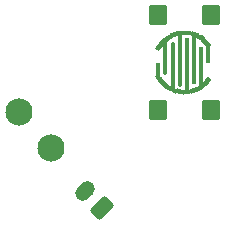
<source format=gbr>
%TF.GenerationSoftware,KiCad,Pcbnew,7.0.9*%
%TF.CreationDate,2023-12-20T17:33:42-07:00*%
%TF.ProjectId,vb_controller_shoulder_left_pcb,76625f63-6f6e-4747-926f-6c6c65725f73,4a*%
%TF.SameCoordinates,Original*%
%TF.FileFunction,Soldermask,Top*%
%TF.FilePolarity,Negative*%
%FSLAX46Y46*%
G04 Gerber Fmt 4.6, Leading zero omitted, Abs format (unit mm)*
G04 Created by KiCad (PCBNEW 7.0.9) date 2023-12-20 17:33:42*
%MOMM*%
%LPD*%
G01*
G04 APERTURE LIST*
G04 Aperture macros list*
%AMRoundRect*
0 Rectangle with rounded corners*
0 $1 Rounding radius*
0 $2 $3 $4 $5 $6 $7 $8 $9 X,Y pos of 4 corners*
0 Add a 4 corners polygon primitive as box body*
4,1,4,$2,$3,$4,$5,$6,$7,$8,$9,$2,$3,0*
0 Add four circle primitives for the rounded corners*
1,1,$1+$1,$2,$3*
1,1,$1+$1,$4,$5*
1,1,$1+$1,$6,$7*
1,1,$1+$1,$8,$9*
0 Add four rect primitives between the rounded corners*
20,1,$1+$1,$2,$3,$4,$5,0*
20,1,$1+$1,$4,$5,$6,$7,0*
20,1,$1+$1,$6,$7,$8,$9,0*
20,1,$1+$1,$8,$9,$2,$3,0*%
%AMHorizOval*
0 Thick line with rounded ends*
0 $1 width*
0 $2 $3 position (X,Y) of the first rounded end (center of the circle)*
0 $4 $5 position (X,Y) of the second rounded end (center of the circle)*
0 Add line between two ends*
20,1,$1,$2,$3,$4,$5,0*
0 Add two circle primitives to create the rounded ends*
1,1,$1,$2,$3*
1,1,$1,$4,$5*%
G04 Aperture macros list end*
%ADD10C,2.301600*%
%ADD11RoundRect,0.050800X-0.700000X0.800000X-0.700000X-0.800000X0.700000X-0.800000X0.700000X0.800000X0*%
%ADD12RoundRect,0.050800X-0.153210X0.146720X-0.146720X-0.153210X0.153210X-0.146720X0.146720X0.153210X0*%
%ADD13RoundRect,0.050800X-0.135655X0.163088X-0.163088X-0.135655X0.135655X-0.163088X0.163088X0.135655X0*%
%ADD14RoundRect,0.050800X-0.168803X0.128473X-0.128473X-0.168803X0.168803X-0.128473X0.128473X0.168803X0*%
%ADD15RoundRect,0.050800X-0.116363X0.177369X-0.177369X-0.116363X0.116363X-0.177369X0.177369X0.116363X0*%
%ADD16RoundRect,0.050800X-0.182236X0.108582X-0.108582X-0.182236X0.182236X-0.108582X0.108582X0.182236X0*%
%ADD17RoundRect,0.050800X-0.095582X0.189378X-0.189378X-0.095582X0.095582X-0.189378X0.189378X0.095582X0*%
%ADD18RoundRect,0.050800X-0.193336X0.087300X-0.087300X-0.193336X0.193336X-0.087300X0.087300X0.193336X0*%
%ADD19RoundRect,0.050800X-0.073576X0.198964X-0.198964X-0.073576X0.073576X-0.198964X0.198964X0.073576X0*%
%ADD20RoundRect,0.050800X-0.201960X0.064901X-0.064901X-0.201960X0.201960X-0.064901X0.064901X0.201960X0*%
%ADD21RoundRect,0.050800X-0.050629X0.206002X-0.206002X-0.050629X0.050629X-0.206002X0.206002X0.050629X0*%
%ADD22RoundRect,0.050800X-0.207999X0.041671X-0.041671X-0.207999X0.207999X-0.041671X0.041671X0.207999X0*%
%ADD23RoundRect,0.050800X-0.027034X0.210402X-0.210402X-0.027034X0.027034X-0.210402X0.210402X0.027034X0*%
%ADD24RoundRect,0.050800X-0.211375X0.017908X-0.017908X-0.211375X0.211375X-0.017908X0.017908X0.211375X0*%
%ADD25RoundRect,0.050800X-0.003093X0.212109X-0.212109X-0.003093X0.003093X-0.212109X0.212109X0.003093X0*%
%ADD26RoundRect,0.050800X-0.212045X-0.006085X0.006085X-0.212045X0.212045X0.006085X-0.006085X0.212045X0*%
%ADD27RoundRect,0.050800X0.020888X0.211101X-0.211101X0.020888X-0.020888X-0.211101X0.211101X-0.020888X0*%
%ADD28RoundRect,0.050800X-0.210000X-0.030000X0.030000X-0.210000X0.210000X0.030000X-0.030000X0.210000X0*%
%ADD29RoundRect,0.050800X0.044602X0.207390X-0.207390X0.044602X-0.044602X-0.207390X0.207390X-0.044602X0*%
%ADD30RoundRect,0.050800X0.060754X0.203246X-0.203246X0.060754X-0.060754X-0.203246X0.203246X-0.060754X0*%
%ADD31O,0.401600X1.289034*%
%ADD32O,0.401600X3.479009*%
%ADD33O,0.401600X4.069223*%
%ADD34O,0.401600X4.608059*%
%ADD35O,0.401600X4.535632*%
%ADD36O,0.401600X4.270727*%
%ADD37O,0.401600X3.039444*%
%ADD38O,0.401600X1.601600*%
%ADD39RoundRect,0.050800X0.203246X0.060754X-0.060754X0.203246X-0.203246X-0.060754X0.060754X-0.203246X0*%
%ADD40RoundRect,0.050800X0.208808X0.037405X-0.037405X0.208808X-0.208808X-0.037405X0.037405X-0.208808X0*%
%ADD41RoundRect,0.050800X-0.030000X-0.210000X0.210000X-0.030000X0.030000X0.210000X-0.210000X0.030000X0*%
%ADD42RoundRect,0.050800X0.211697X0.013578X-0.013578X0.211697X-0.211697X-0.013578X0.013578X-0.211697X0*%
%ADD43RoundRect,0.050800X-0.013412X-0.211708X0.211708X-0.013412X0.013412X0.211708X-0.211708X0.013412X0*%
%ADD44RoundRect,0.050800X0.211876X-0.010424X0.010424X0.211876X-0.211876X0.010424X-0.010424X-0.211876X0*%
%ADD45RoundRect,0.050800X0.010589X-0.211868X0.211868X0.010589X-0.010589X0.211868X-0.211868X-0.010589X0*%
%ADD46RoundRect,0.050800X0.209342X-0.034292X0.034292X0.209342X-0.209342X0.034292X-0.034292X-0.209342X0*%
%ADD47RoundRect,0.050800X0.034455X-0.209315X0.209315X0.034455X-0.034455X0.209315X-0.209315X-0.034455X0*%
%ADD48RoundRect,0.050800X0.204128X-0.057721X0.057721X0.204128X-0.204128X0.057721X-0.057721X-0.204128X0*%
%ADD49RoundRect,0.050800X0.057880X-0.204083X0.204083X0.057880X-0.057880X0.204083X-0.204083X-0.057880X0*%
%ADD50RoundRect,0.050800X0.196301X-0.080411X0.080411X0.196301X-0.196301X0.080411X-0.080411X-0.196301X0*%
%ADD51RoundRect,0.050800X0.080564X-0.196238X0.196238X0.080564X-0.080564X0.196238X-0.196238X-0.080564X0*%
%ADD52RoundRect,0.050800X0.185961X-0.102072X0.102072X0.185961X-0.185961X0.102072X-0.102072X-0.185961X0*%
%ADD53RoundRect,0.050800X0.102217X-0.185881X0.185881X0.102217X-0.102217X0.185881X-0.185881X-0.102217X0*%
%ADD54RoundRect,0.050800X0.173240X-0.122425X0.122425X0.173240X-0.173240X0.122425X-0.122425X-0.173240X0*%
%ADD55RoundRect,0.050800X0.122561X-0.173144X0.173144X0.122561X-0.122561X0.173144X-0.173144X-0.122561X0*%
%ADD56RoundRect,0.050800X0.158301X-0.141212X0.141212X0.158301X-0.158301X0.141212X-0.141212X-0.158301X0*%
%ADD57RoundRect,0.050800X0.141336X-0.158191X0.158191X0.141336X-0.141336X0.158191X-0.158191X-0.141336X0*%
%ADD58RoundRect,0.300800X0.689429X0.194454X0.194454X0.689429X-0.689429X-0.194454X-0.194454X-0.689429X0*%
%ADD59HorizOval,1.301600X0.194454X0.194454X-0.194454X-0.194454X0*%
G04 APERTURE END LIST*
D10*
%TO.C,JW8*%
X140900000Y-113000000D03*
%TD*%
D11*
%TO.C,SW1*%
X152650000Y-112800000D03*
X152650000Y-104800000D03*
X157150000Y-112800000D03*
X157150000Y-104800000D03*
%TD*%
D12*
%TO.C,SW9*%
X154954082Y-111299414D03*
D13*
X154671389Y-111289525D03*
D14*
X155236085Y-111277306D03*
D15*
X154391620Y-111247764D03*
D16*
X155513785Y-111223482D03*
D17*
X154118361Y-111174666D03*
D18*
X155783627Y-111138632D03*
D19*
X153855108Y-111071166D03*
D20*
X156042156Y-111023843D03*
D21*
X153605232Y-110938591D03*
D22*
X156286063Y-110880583D03*
D23*
X153371932Y-110778637D03*
D24*
X156512226Y-110710687D03*
D25*
X153158195Y-110593352D03*
D26*
X156717748Y-110516330D03*
D27*
X152966757Y-110385108D03*
D28*
X156900000Y-110299999D03*
D29*
X152800069Y-110156571D03*
D30*
X152700001Y-109987434D03*
D31*
X152700000Y-109393717D03*
D32*
X156300000Y-109182526D03*
D33*
X153900000Y-109107476D03*
D34*
X155100000Y-109038757D03*
D35*
X154500000Y-108549224D03*
D36*
X155700000Y-108516020D03*
D37*
X153300000Y-108347985D03*
D38*
X156900000Y-108050000D03*
D39*
X152700000Y-107612566D03*
D40*
X152848223Y-107371642D03*
D41*
X156900000Y-107300001D03*
D42*
X153022712Y-107149004D03*
D43*
X156775998Y-107147539D03*
D44*
X153221235Y-106947503D03*
D45*
X156577318Y-106946193D03*
D46*
X153441250Y-106769718D03*
D47*
X156357164Y-106768579D03*
D48*
X153679940Y-106617925D03*
D49*
X156118355Y-106616973D03*
D50*
X153934250Y-106494068D03*
D51*
X155863948Y-106493314D03*
D52*
X154200924Y-106399731D03*
D53*
X155597201Y-106399186D03*
D54*
X154476547Y-106336124D03*
D55*
X155321528Y-106335794D03*
D56*
X154757592Y-106304060D03*
D57*
X155040459Y-106303949D03*
%TD*%
D10*
%TO.C,JW5*%
X143650000Y-116000000D03*
%TD*%
D58*
%TO.C,J1*%
X147914214Y-121114214D03*
D59*
X146500000Y-119700000D03*
%TD*%
M02*

</source>
